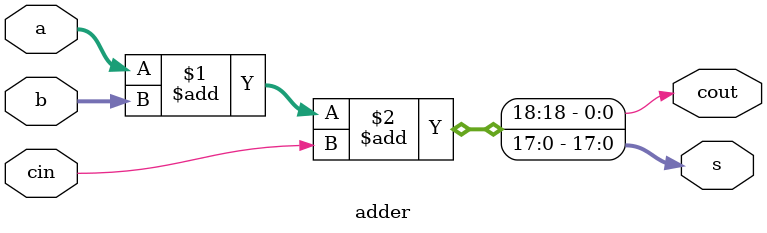
<source format=v>
module adder
	#(parameter n = 18)
	(a,b,cin,s,cout);
	input [n-1:0]a,b;
	input cin;
	output [n-1:0]s;
	output cout;
	assign {cout,s[n-1:0]} = a + b + cin;
endmodule
</source>
